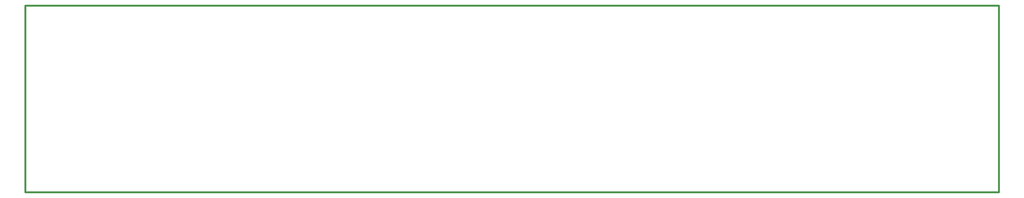
<source format=gbr>
G04 (created by PCBNEW (2013-mar-13)-testing) date Wed 08 Oct 2014 05:14:40 PM PDT*
%MOIN*%
G04 Gerber Fmt 3.4, Leading zero omitted, Abs format*
%FSLAX34Y34*%
G01*
G70*
G90*
G04 APERTURE LIST*
%ADD10C,0.005906*%
%ADD11C,0.019685*%
G04 APERTURE END LIST*
G54D10*
G54D11*
X118110Y-19685D02*
X118110Y-39370D01*
X15748Y-39370D02*
X118110Y-39370D01*
X15748Y-19685D02*
X15748Y-39370D01*
X15748Y-19685D02*
X118110Y-19685D01*
M02*

</source>
